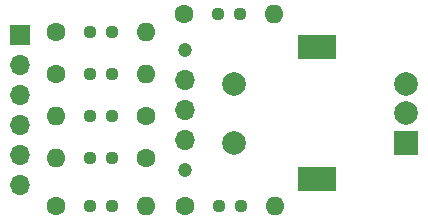
<source format=gbr>
%TF.GenerationSoftware,KiCad,Pcbnew,7.0.2*%
%TF.CreationDate,2023-05-26T20:55:18+09:00*%
%TF.ProjectId,Pmod_encoder,506d6f64-5f65-46e6-936f-6465722e6b69,rev?*%
%TF.SameCoordinates,Original*%
%TF.FileFunction,Soldermask,Top*%
%TF.FilePolarity,Negative*%
%FSLAX46Y46*%
G04 Gerber Fmt 4.6, Leading zero omitted, Abs format (unit mm)*
G04 Created by KiCad (PCBNEW 7.0.2) date 2023-05-26 20:55:18*
%MOMM*%
%LPD*%
G01*
G04 APERTURE LIST*
G04 Aperture macros list*
%AMRoundRect*
0 Rectangle with rounded corners*
0 $1 Rounding radius*
0 $2 $3 $4 $5 $6 $7 $8 $9 X,Y pos of 4 corners*
0 Add a 4 corners polygon primitive as box body*
4,1,4,$2,$3,$4,$5,$6,$7,$8,$9,$2,$3,0*
0 Add four circle primitives for the rounded corners*
1,1,$1+$1,$2,$3*
1,1,$1+$1,$4,$5*
1,1,$1+$1,$6,$7*
1,1,$1+$1,$8,$9*
0 Add four rect primitives between the rounded corners*
20,1,$1+$1,$2,$3,$4,$5,0*
20,1,$1+$1,$4,$5,$6,$7,0*
20,1,$1+$1,$6,$7,$8,$9,0*
20,1,$1+$1,$8,$9,$2,$3,0*%
G04 Aperture macros list end*
%ADD10R,1.700000X1.700000*%
%ADD11O,1.700000X1.700000*%
%ADD12C,1.600000*%
%ADD13RoundRect,0.237500X0.250000X0.237500X-0.250000X0.237500X-0.250000X-0.237500X0.250000X-0.237500X0*%
%ADD14O,1.600000X1.600000*%
%ADD15RoundRect,0.237500X-0.250000X-0.237500X0.250000X-0.237500X0.250000X0.237500X-0.250000X0.237500X0*%
%ADD16C,1.200000*%
%ADD17R,2.000000X2.000000*%
%ADD18C,2.000000*%
%ADD19R,3.200000X2.000000*%
G04 APERTURE END LIST*
D10*
%TO.C,J1*%
X102624000Y-86868000D03*
D11*
X102624000Y-89408000D03*
X102624000Y-91948000D03*
X102624000Y-94488000D03*
X102624000Y-97028000D03*
X102624000Y-99568000D03*
%TD*%
D12*
%TO.C,R1*%
X113284000Y-93726000D03*
D13*
X110386500Y-93726000D03*
X108561500Y-93726000D03*
D14*
X105664000Y-93726000D03*
%TD*%
D12*
%TO.C,R7*%
X116586000Y-101346000D03*
D15*
X119483500Y-101346000D03*
X121308500Y-101346000D03*
D14*
X124206000Y-101346000D03*
%TD*%
D12*
%TO.C,R4*%
X105664000Y-101346000D03*
D15*
X108561500Y-101346000D03*
X110386500Y-101346000D03*
D14*
X113284000Y-101346000D03*
%TD*%
D12*
%TO.C,R6*%
X113284000Y-97282000D03*
D13*
X110386500Y-97282000D03*
X108561500Y-97282000D03*
D14*
X105664000Y-97282000D03*
%TD*%
D12*
%TO.C,R3*%
X105664000Y-90170000D03*
D15*
X108561500Y-90170000D03*
X110386500Y-90170000D03*
D14*
X113284000Y-90170000D03*
%TD*%
D12*
%TO.C,R5*%
X116482500Y-85090000D03*
D15*
X119380000Y-85090000D03*
X121205000Y-85090000D03*
D14*
X124102500Y-85090000D03*
%TD*%
D16*
%TO.C,SW1*%
X116586000Y-88138000D03*
X116586000Y-98298000D03*
D11*
X116586000Y-90678000D03*
X116586000Y-93218000D03*
X116586000Y-95758000D03*
%TD*%
D12*
%TO.C,R2*%
X105664000Y-86614000D03*
D15*
X108561500Y-86614000D03*
X110386500Y-86614000D03*
D14*
X113284000Y-86614000D03*
%TD*%
D17*
%TO.C,SW2*%
X135262000Y-95972000D03*
D18*
X135262000Y-90972000D03*
X135262000Y-93472000D03*
D19*
X127762000Y-99072000D03*
X127762000Y-87872000D03*
D18*
X120762000Y-90972000D03*
X120762000Y-95972000D03*
%TD*%
M02*

</source>
